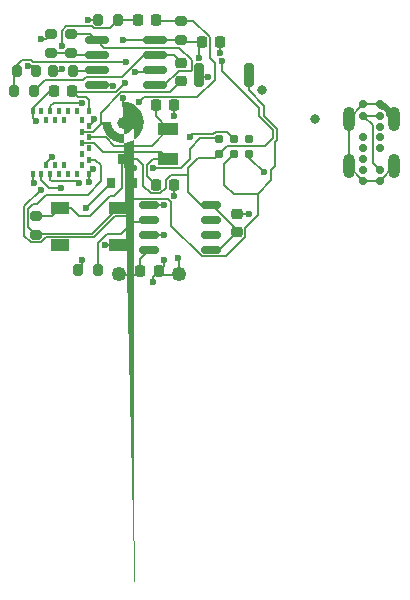
<source format=gbr>
%TF.GenerationSoftware,KiCad,Pcbnew,(6.0.0-rc1-314-g10be483430)*%
%TF.CreationDate,2021-12-09T18:24:32+11:00*%
%TF.ProjectId,project_llama,70726f6a-6563-4745-9f6c-6c616d612e6b,rev?*%
%TF.SameCoordinates,Original*%
%TF.FileFunction,Copper,L1,Top*%
%TF.FilePolarity,Positive*%
%FSLAX46Y46*%
G04 Gerber Fmt 4.6, Leading zero omitted, Abs format (unit mm)*
G04 Created by KiCad (PCBNEW (6.0.0-rc1-314-g10be483430)) date 2021-12-09 18:24:32*
%MOMM*%
%LPD*%
G01*
G04 APERTURE LIST*
G04 Aperture macros list*
%AMRoundRect*
0 Rectangle with rounded corners*
0 $1 Rounding radius*
0 $2 $3 $4 $5 $6 $7 $8 $9 X,Y pos of 4 corners*
0 Add a 4 corners polygon primitive as box body*
4,1,4,$2,$3,$4,$5,$6,$7,$8,$9,$2,$3,0*
0 Add four circle primitives for the rounded corners*
1,1,$1+$1,$2,$3*
1,1,$1+$1,$4,$5*
1,1,$1+$1,$6,$7*
1,1,$1+$1,$8,$9*
0 Add four rect primitives between the rounded corners*
20,1,$1+$1,$2,$3,$4,$5,0*
20,1,$1+$1,$4,$5,$6,$7,0*
20,1,$1+$1,$6,$7,$8,$9,0*
20,1,$1+$1,$8,$9,$2,$3,0*%
%AMFreePoly0*
4,1,85,0.032093,0.369917,0.152523,0.368341,0.408529,0.326647,0.655562,0.247572,0.888192,0.132851,1.101311,-0.014995,1.290235,-0.192717,1.450816,-0.396412,1.579524,-0.621606,1.673533,-0.863350,1.730778,-1.116334,1.750000,-1.375000,1.747602,-1.466588,1.714868,-1.723894,1.644462,-1.973535,1.537930,-2.210028,1.397612,-2.428176,1.226591,-2.623188,1.028624,-2.790780,0.808060,-2.927269,
0.569744,-3.029658,0.318912,-3.095696,0.061074,-3.123934,-0.198106,-3.113751,-0.452933,-3.065370,-0.697811,-2.979855,-0.927359,-2.859084,-1.136534,-2.705710,-1.320742,-2.523103,-1.475935,-2.315274,-1.598705,-2.086789,-1.686353,-1.842667,-1.736956,-1.588271,-1.747874,-1.360970,-1.004741,-1.360970,-0.988331,-1.556393,-0.934276,-1.744906,-0.844634,-1.919330,-0.722821,-2.073020,-0.573475,-2.200123,
-0.402286,-2.295797,-0.215774,-2.356398,-0.021044,-2.379619,0.174488,-2.364573,0.363374,-2.311835,0.538420,-2.223414,0.692957,-2.102676,0.821099,-1.954222,0.917966,-1.783705,0.979868,-1.597621,1.004447,-1.403057,1.004839,-1.375000,0.985702,-1.179826,0.929020,-0.992086,0.836952,-0.818931,0.713004,-0.666956,0.561899,-0.541951,0.389391,-0.448676,0.202051,-0.390685,0.021074,-0.371662,
0.000000,-0.375000,-0.016747,-0.372348,-0.188288,-0.387959,-0.376419,-0.443330,-0.550213,-0.534187,-0.703049,-0.657070,-0.829106,-0.807299,-0.923583,-0.979152,-0.982881,-1.166082,-1.004741,-1.360970,-1.747874,-1.360970,-1.749400,-1.329190,-1.723414,-1.071116,-1.659566,-0.819717,-1.559261,-0.580517,-1.424702,-0.358770,-1.258845,-0.159348,-1.065333,0.013368,-0.848417,0.155584,-0.612863,0.264176,
-0.363845,0.336758,-0.106835,0.371736,-0.027193,0.370693,0.000000,0.375000,0.032093,0.369917,0.032093,0.369917,$1*%
G04 Aperture macros list end*
%TA.AperFunction,SMDPad,CuDef*%
%ADD10RoundRect,0.225000X-0.225000X-0.250000X0.225000X-0.250000X0.225000X0.250000X-0.225000X0.250000X0*%
%TD*%
%TA.AperFunction,SMDPad,CuDef*%
%ADD11RoundRect,0.225000X0.225000X0.250000X-0.225000X0.250000X-0.225000X-0.250000X0.225000X-0.250000X0*%
%TD*%
%TA.AperFunction,SMDPad,CuDef*%
%ADD12RoundRect,0.225000X-0.250000X0.225000X-0.250000X-0.225000X0.250000X-0.225000X0.250000X0.225000X0*%
%TD*%
%TA.AperFunction,SMDPad,CuDef*%
%ADD13RoundRect,0.225000X0.250000X-0.225000X0.250000X0.225000X-0.250000X0.225000X-0.250000X-0.225000X0*%
%TD*%
%TA.AperFunction,SMDPad,CuDef*%
%ADD14R,1.500000X1.000000*%
%TD*%
%TA.AperFunction,ConnectorPad*%
%ADD15C,0.787400*%
%TD*%
%TA.AperFunction,SMDPad,CuDef*%
%ADD16R,0.400000X0.550000*%
%TD*%
%TA.AperFunction,SMDPad,CuDef*%
%ADD17R,0.800000X0.900000*%
%TD*%
%TA.AperFunction,SMDPad,CuDef*%
%ADD18RoundRect,0.200000X-0.200000X-0.275000X0.200000X-0.275000X0.200000X0.275000X-0.200000X0.275000X0*%
%TD*%
%TA.AperFunction,SMDPad,CuDef*%
%ADD19RoundRect,0.200000X-0.275000X0.200000X-0.275000X-0.200000X0.275000X-0.200000X0.275000X0.200000X0*%
%TD*%
%TA.AperFunction,SMDPad,CuDef*%
%ADD20RoundRect,0.200000X0.200000X0.275000X-0.200000X0.275000X-0.200000X-0.275000X0.200000X-0.275000X0*%
%TD*%
%TA.AperFunction,SMDPad,CuDef*%
%ADD21RoundRect,0.200000X0.275000X-0.200000X0.275000X0.200000X-0.275000X0.200000X-0.275000X-0.200000X0*%
%TD*%
%TA.AperFunction,SMDPad,CuDef*%
%ADD22RoundRect,0.150000X-0.825000X-0.150000X0.825000X-0.150000X0.825000X0.150000X-0.825000X0.150000X0*%
%TD*%
%TA.AperFunction,SMDPad,CuDef*%
%ADD23RoundRect,0.150000X-0.675000X-0.150000X0.675000X-0.150000X0.675000X0.150000X-0.675000X0.150000X0*%
%TD*%
%TA.AperFunction,SMDPad,CuDef*%
%ADD24R,1.800000X1.000000*%
%TD*%
%TA.AperFunction,ComponentPad*%
%ADD25C,0.700000*%
%TD*%
%TA.AperFunction,ComponentPad*%
%ADD26O,1.000000X2.050000*%
%TD*%
%TA.AperFunction,SMDPad,CuDef*%
%ADD27RoundRect,0.200000X-0.200000X-0.800000X0.200000X-0.800000X0.200000X0.800000X-0.200000X0.800000X0*%
%TD*%
%TA.AperFunction,SMDPad,CuDef*%
%ADD28C,1.250000*%
%TD*%
%TA.AperFunction,SMDPad,CuDef*%
%ADD29FreePoly0,0.000000*%
%TD*%
%TA.AperFunction,SMDPad,CuDef*%
%ADD30C,1.000000*%
%TD*%
%TA.AperFunction,ViaPad*%
%ADD31C,0.600000*%
%TD*%
%TA.AperFunction,ViaPad*%
%ADD32C,0.800000*%
%TD*%
%TA.AperFunction,Conductor*%
%ADD33C,0.150000*%
%TD*%
%TA.AperFunction,Conductor*%
%ADD34C,0.600000*%
%TD*%
%TA.AperFunction,Conductor*%
%ADD35C,0.200000*%
%TD*%
%TA.AperFunction,Conductor*%
%ADD36C,0.187000*%
%TD*%
%TA.AperFunction,Conductor*%
%ADD37C,0.128000*%
%TD*%
G04 APERTURE END LIST*
D10*
%TO.P,C1,1*%
%TO.N,VIN*%
X190425000Y-50900000D03*
%TO.P,C1,2*%
%TO.N,GND*%
X191975000Y-50900000D03*
%TD*%
D11*
%TO.P,C2,1*%
%TO.N,GND*%
X197175000Y-31500000D03*
%TO.P,C2,2*%
%TO.N,+3V3*%
X195625000Y-31500000D03*
%TD*%
D10*
%TO.P,C3,1*%
%TO.N,Net-(C3-Pad1)*%
X190225000Y-29600000D03*
%TO.P,C3,2*%
%TO.N,Net-(C3-Pad2)*%
X191775000Y-29600000D03*
%TD*%
D12*
%TO.P,C4,1*%
%TO.N,GND*%
X198600000Y-46025000D03*
%TO.P,C4,2*%
%TO.N,+3V3*%
X198600000Y-47575000D03*
%TD*%
D10*
%TO.P,C5,1*%
%TO.N,Net-(C5-Pad1)*%
X191725000Y-36800000D03*
%TO.P,C5,2*%
%TO.N,GND*%
X193275000Y-36800000D03*
%TD*%
D11*
%TO.P,C6,1*%
%TO.N,GND*%
X193275000Y-43600000D03*
%TO.P,C6,2*%
%TO.N,Net-(C6-Pad2)*%
X191725000Y-43600000D03*
%TD*%
%TO.P,C7,1*%
%TO.N,+3V3*%
X184675000Y-35600000D03*
%TO.P,C7,2*%
%TO.N,GND*%
X183125000Y-35600000D03*
%TD*%
D13*
%TO.P,C8,1*%
%TO.N,clap_adc*%
X193900000Y-34775000D03*
%TO.P,C8,2*%
%TO.N,Net-(C8-Pad2)*%
X193900000Y-33225000D03*
%TD*%
D14*
%TO.P,D1,1*%
%TO.N,+3V3*%
X183650000Y-45500000D03*
%TO.P,D1,2*%
%TO.N,Net-(D1-Pad2)*%
X183650000Y-48700000D03*
%TO.P,D1,3*%
%TO.N,GND*%
X188550000Y-48700000D03*
%TO.P,D1,4*%
%TO.N,WS2182B*%
X188550000Y-45500000D03*
%TD*%
D15*
%TO.P,J1,1*%
%TO.N,+3V3*%
X197130000Y-40935000D03*
%TO.P,J1,2*%
%TO.N,SWDIO*%
X197130000Y-39665000D03*
%TO.P,J1,3*%
%TO.N,~{Reset}*%
X198400000Y-40935000D03*
%TO.P,J1,4*%
%TO.N,SWCLK*%
X198400000Y-39665000D03*
%TO.P,J1,5*%
%TO.N,GND*%
X199670000Y-40935000D03*
%TO.P,J1,6*%
%TO.N,Net-(J1-Pad6)*%
X199670000Y-39665000D03*
%TD*%
D16*
%TO.P,MD1,1*%
%TO.N,GND*%
X181300000Y-42675000D03*
%TO.P,MD1,2*%
%TO.N,SWCLK*%
X182050000Y-42675000D03*
%TO.P,MD1,3*%
%TO.N,~{Reset}*%
X182425000Y-41900000D03*
%TO.P,MD1,4*%
%TO.N,SWDIO*%
X182800000Y-42675000D03*
%TO.P,MD1,5*%
%TO.N,Net-(MD1-Pad5)*%
X183175000Y-41900000D03*
%TO.P,MD1,6*%
%TO.N,Net-(MD1-Pad6)*%
X183550000Y-42675000D03*
%TO.P,MD1,7*%
%TO.N,Net-(MD1-Pad7)*%
X183925000Y-41900000D03*
%TO.P,MD1,8*%
%TO.N,Net-(MD1-Pad8)*%
X184300000Y-42675000D03*
%TO.P,MD1,9*%
%TO.N,Net-(MD1-Pad9)*%
X185050000Y-42675000D03*
%TO.P,MD1,10*%
%TO.N,GND*%
X186049999Y-42675000D03*
%TO.P,MD1,11*%
%TO.N,Net-(MD1-Pad11)*%
X185465000Y-41900000D03*
%TO.P,MD1,12*%
%TO.N,WS2182B*%
X186050000Y-41424999D03*
%TO.P,MD1,13*%
%TO.N,Net-(MD1-Pad13)*%
X185465000Y-40950000D03*
%TO.P,MD1,14*%
%TO.N,Net-(MD1-Pad14)*%
X186050000Y-40474999D03*
%TO.P,MD1,15*%
%TO.N,Net-(C6-Pad2)*%
X185465000Y-40000000D03*
%TO.P,MD1,16*%
%TO.N,Net-(C5-Pad1)*%
X186050000Y-39524999D03*
%TO.P,MD1,17*%
%TO.N,clap_adc*%
X185465000Y-39050000D03*
%TO.P,MD1,18*%
%TO.N,GND*%
X186050000Y-38574999D03*
%TO.P,MD1,19*%
%TO.N,Net-(MD1-Pad19)*%
X185465000Y-38100000D03*
%TO.P,MD1,20*%
%TO.N,+3V3*%
X186049999Y-37325000D03*
%TO.P,MD1,21*%
%TO.N,Net-(MD1-Pad21)*%
X185050000Y-37325000D03*
%TO.P,MD1,22*%
%TO.N,Net-(MD1-Pad22)*%
X184300000Y-37325000D03*
%TO.P,MD1,23*%
%TO.N,Net-(MD1-Pad23)*%
X183925000Y-38100000D03*
%TO.P,MD1,24*%
%TO.N,Net-(MD1-Pad24)*%
X183550000Y-37325000D03*
%TO.P,MD1,25*%
%TO.N,Net-(MD1-Pad25)*%
X183175000Y-38100000D03*
%TO.P,MD1,26*%
%TO.N,batt_adc*%
X182800000Y-37325000D03*
%TO.P,MD1,27*%
%TO.N,Net-(MD1-Pad27)*%
X182425000Y-38100000D03*
%TO.P,MD1,28*%
%TO.N,Net-(MD1-Pad28)*%
X182050000Y-37325000D03*
%TO.P,MD1,29*%
%TO.N,GND*%
X181300000Y-37325000D03*
%TD*%
D17*
%TO.P,Q1,1*%
%TO.N,GND*%
X187950000Y-43400000D03*
%TO.P,Q1,2*%
%TO.N,batt_adc*%
X189850000Y-43400000D03*
%TO.P,Q1,3*%
%TO.N,+3V3*%
X188900000Y-41400000D03*
%TD*%
D18*
%TO.P,R1,1*%
%TO.N,GND*%
X185175000Y-50800000D03*
%TO.P,R1,2*%
%TO.N,Net-(R1-Pad2)*%
X186825000Y-50800000D03*
%TD*%
D19*
%TO.P,R2,1*%
%TO.N,+3V3*%
X181600000Y-46175000D03*
%TO.P,R2,2*%
%TO.N,WS2182B*%
X181600000Y-47825000D03*
%TD*%
%TO.P,R3,1*%
%TO.N,Net-(C3-Pad2)*%
X193900000Y-29675000D03*
%TO.P,R3,2*%
%TO.N,+3V3*%
X193900000Y-31325000D03*
%TD*%
D20*
%TO.P,R4,1*%
%TO.N,Net-(C3-Pad1)*%
X188525000Y-29600000D03*
%TO.P,R4,2*%
%TO.N,GND*%
X186875000Y-29600000D03*
%TD*%
%TO.P,R5,1*%
%TO.N,Net-(R5-Pad1)*%
X184725000Y-33900000D03*
%TO.P,R5,2*%
%TO.N,Net-(C3-Pad1)*%
X183075000Y-33900000D03*
%TD*%
D21*
%TO.P,R6,1*%
%TO.N,Net-(R6-Pad1)*%
X182900000Y-32425000D03*
%TO.P,R6,2*%
%TO.N,GND*%
X182900000Y-30775000D03*
%TD*%
%TO.P,R7,1*%
%TO.N,Net-(R6-Pad1)*%
X184600000Y-32425000D03*
%TO.P,R7,2*%
%TO.N,Net-(R7-Pad2)*%
X184600000Y-30775000D03*
%TD*%
D18*
%TO.P,R8,1*%
%TO.N,Net-(R8-Pad1)*%
X179975000Y-33900000D03*
%TO.P,R8,2*%
%TO.N,GND*%
X181625000Y-33900000D03*
%TD*%
%TO.P,R9,1*%
%TO.N,Net-(R8-Pad1)*%
X179775000Y-35600000D03*
%TO.P,R9,2*%
%TO.N,Net-(C8-Pad2)*%
X181425000Y-35600000D03*
%TD*%
D22*
%TO.P,U1,1*%
%TO.N,Net-(R7-Pad2)*%
X186725000Y-31295000D03*
%TO.P,U1,2*%
%TO.N,Net-(R6-Pad1)*%
X186725000Y-32565000D03*
%TO.P,U1,3*%
%TO.N,Net-(R5-Pad1)*%
X186725000Y-33835000D03*
%TO.P,U1,4*%
%TO.N,GND*%
X186725000Y-35105000D03*
%TO.P,U1,5*%
%TO.N,Net-(R7-Pad2)*%
X191675000Y-35105000D03*
%TO.P,U1,6*%
%TO.N,Net-(R8-Pad1)*%
X191675000Y-33835000D03*
%TO.P,U1,7*%
%TO.N,Net-(C8-Pad2)*%
X191675000Y-32565000D03*
%TO.P,U1,8*%
%TO.N,+3V3*%
X191675000Y-31295000D03*
%TD*%
D23*
%TO.P,U2,1*%
%TO.N,GND*%
X191175000Y-45295000D03*
%TO.P,U2,2*%
%TO.N,Net-(R1-Pad2)*%
X191175000Y-46565000D03*
%TO.P,U2,3*%
%TO.N,GND*%
X191175000Y-47835000D03*
%TO.P,U2,4*%
%TO.N,VIN*%
X191175000Y-49105000D03*
%TO.P,U2,5*%
%TO.N,+3V3*%
X196425000Y-49105000D03*
%TO.P,U2,6*%
%TO.N,Net-(U2-Pad6)*%
X196425000Y-47835000D03*
%TO.P,U2,7*%
%TO.N,Net-(U2-Pad7)*%
X196425000Y-46565000D03*
%TO.P,U2,8*%
%TO.N,+3V3*%
X196425000Y-45295000D03*
%TD*%
D24*
%TO.P,Y1,1*%
%TO.N,Net-(C5-Pad1)*%
X192800000Y-38850000D03*
%TO.P,Y1,2*%
%TO.N,Net-(C6-Pad2)*%
X192800000Y-41350000D03*
%TD*%
D25*
%TO.P,J2,A1*%
%TO.N,GND*%
X209300000Y-43250000D03*
%TO.P,J2,A4*%
%TO.N,VIN*%
X209300000Y-42300000D03*
%TO.P,J2,A5*%
%TO.N,Net-(J2-PadA5)*%
X209300000Y-41350000D03*
%TO.P,J2,A6*%
%TO.N,Net-(J2-PadA6)*%
X209300000Y-40450000D03*
%TO.P,J2,A7*%
%TO.N,Net-(J2-PadA7)*%
X209300000Y-39550000D03*
%TO.P,J2,A9*%
%TO.N,VIN*%
X209300000Y-37700000D03*
%TO.P,J2,A12*%
%TO.N,GND*%
X209300000Y-36750000D03*
%TO.P,J2,B1*%
X210700000Y-43250000D03*
%TO.P,J2,B4*%
%TO.N,VIN*%
X210700000Y-42300000D03*
%TO.P,J2,B5*%
%TO.N,Net-(J2-PadB5)*%
X210700000Y-38650000D03*
%TO.P,J2,B6*%
%TO.N,Net-(J2-PadB6)*%
X210700000Y-39550000D03*
%TO.P,J2,B7*%
%TO.N,Net-(J2-PadB7)*%
X210700000Y-40450000D03*
%TO.P,J2,B9*%
%TO.N,VIN*%
X210700000Y-37700000D03*
%TO.P,J2,B12*%
%TO.N,GND*%
X210700000Y-36750000D03*
D26*
%TO.P,J2,S1*%
X211930000Y-38000000D03*
X211930000Y-42000000D03*
X208070000Y-38000000D03*
X208070000Y-42000000D03*
%TD*%
D27*
%TO.P,SW1,1*%
%TO.N,GND*%
X195400000Y-34300000D03*
%TO.P,SW1,2*%
%TO.N,~{Reset}*%
X199600000Y-34300000D03*
%TD*%
D28*
%TO.P,TP4,1*%
%TO.N,GND*%
X193700000Y-51100000D03*
%TD*%
%TO.P,TP3,1*%
%TO.N,VIN*%
X188600000Y-51100000D03*
%TD*%
D29*
%TO.P,MK1,1*%
%TO.N,GND*%
X189000000Y-36925000D03*
D30*
%TO.P,MK1,2*%
%TO.N,Net-(C3-Pad2)*%
X189000000Y-38300000D03*
%TD*%
D31*
%TO.N,GND*%
X188100000Y-35200000D03*
X182000000Y-31200000D03*
X192400000Y-49900000D03*
X191500000Y-51800000D03*
X193600000Y-49800000D03*
D32*
X200750000Y-35500000D03*
D31*
X200900000Y-42500000D03*
X186445001Y-42254999D03*
X192400000Y-47800000D03*
X193300000Y-37700000D03*
X187400000Y-48700000D03*
X199600000Y-46000000D03*
X186490303Y-38009697D03*
X185500000Y-49900000D03*
D32*
X205250000Y-38000000D03*
D31*
X192400000Y-45300000D03*
X185800000Y-45500000D03*
X193300000Y-44500000D03*
X196200000Y-34400000D03*
X181600000Y-38200000D03*
X197200000Y-32400000D03*
X189000003Y-36199997D03*
X181450000Y-43450000D03*
X186000000Y-29600000D03*
X180900000Y-33500000D03*
X186097634Y-43315934D03*
%TO.N,SWDIO*%
X191500000Y-42100000D03*
X185200000Y-43379490D03*
%TO.N,SWCLK*%
X194600000Y-39500000D03*
X183700000Y-43800000D03*
%TO.N,~{Reset}*%
X182000000Y-44000000D03*
X182938305Y-41199578D03*
%TO.N,+3V3*%
X197302813Y-33119696D03*
X195385168Y-32851382D03*
X189000000Y-31300000D03*
X189100000Y-34900000D03*
%TO.N,Net-(C3-Pad1)*%
X183802000Y-31807032D03*
X183800000Y-33720500D03*
%TO.N,Net-(C3-Pad2)*%
X189000000Y-38300000D03*
X190313237Y-36564366D03*
%TO.N,batt_adc*%
X185500000Y-36620500D03*
X189900000Y-42100000D03*
%TO.N,Net-(R8-Pad1)*%
X189200000Y-33200000D03*
X190000550Y-34000550D03*
%TD*%
D33*
%TO.N,GND*%
X185175000Y-50800000D02*
X185475000Y-50800000D01*
D34*
X211477001Y-37547001D02*
X211477001Y-37327039D01*
D35*
X210700000Y-43250000D02*
X210700000Y-43230000D01*
D36*
X197200000Y-31525000D02*
X197175000Y-31500000D01*
D33*
X186490303Y-38134696D02*
X186490303Y-38009697D01*
X192400000Y-45300000D02*
X191180000Y-45300000D01*
X182475000Y-31200000D02*
X182900000Y-30775000D01*
D36*
X186049999Y-42675000D02*
X186049999Y-42650001D01*
X192275000Y-51200000D02*
X191975000Y-50900000D01*
X199670000Y-41270000D02*
X200900000Y-42500000D01*
X198600000Y-46025000D02*
X199575000Y-46025000D01*
X199575000Y-46025000D02*
X199600000Y-46000000D01*
X192400000Y-50475000D02*
X191975000Y-50900000D01*
D35*
X209300000Y-43230000D02*
X208070000Y-42000000D01*
D33*
X186049999Y-43268299D02*
X186097634Y-43315934D01*
X193300000Y-36825000D02*
X193275000Y-36800000D01*
D34*
X211072961Y-36922999D02*
X210852999Y-36922999D01*
D33*
X193300000Y-44500000D02*
X193300000Y-43625000D01*
X195500000Y-34400000D02*
X195400000Y-34300000D01*
D36*
X199670000Y-40935000D02*
X199670000Y-41270000D01*
D33*
X189000000Y-36200000D02*
X189000003Y-36199997D01*
D35*
X208070000Y-38000000D02*
X208070000Y-42000000D01*
D34*
X210852999Y-36922999D02*
X210700000Y-36770000D01*
D33*
X185500000Y-49900000D02*
X185500000Y-50475000D01*
D36*
X193700000Y-51200000D02*
X193700000Y-49900000D01*
D33*
X188005000Y-35105000D02*
X188100000Y-35200000D01*
X181300000Y-42675000D02*
X181300000Y-43300000D01*
X193300000Y-37700000D02*
X193300000Y-36825000D01*
X181300000Y-37900000D02*
X181600000Y-38200000D01*
X186000000Y-29600000D02*
X186875000Y-29600000D01*
X186050000Y-38574999D02*
X186490303Y-38134696D01*
D35*
X209300000Y-43250000D02*
X209300000Y-43230000D01*
D34*
X211477001Y-37327039D02*
X211072961Y-36922999D01*
D33*
X186049999Y-42675000D02*
X186049999Y-43268299D01*
D36*
X191500000Y-51375000D02*
X191975000Y-50900000D01*
X191500000Y-51800000D02*
X191500000Y-51375000D01*
D33*
X187400000Y-48700000D02*
X188550000Y-48700000D01*
X191210000Y-47800000D02*
X191175000Y-47835000D01*
D35*
X209300000Y-36750000D02*
X210700000Y-36750000D01*
D33*
X182000000Y-31200000D02*
X182475000Y-31200000D01*
X187950000Y-43400000D02*
X185850000Y-45500000D01*
X181300000Y-43300000D02*
X181450000Y-43450000D01*
D35*
X210700000Y-43230000D02*
X211930000Y-42000000D01*
D33*
X189000000Y-36925000D02*
X189000000Y-36200000D01*
D36*
X181300000Y-37325000D02*
X181300000Y-37071698D01*
X182771698Y-35600000D02*
X183125000Y-35600000D01*
D35*
X208070000Y-37980000D02*
X209300000Y-36750000D01*
D33*
X193300000Y-43625000D02*
X193275000Y-43600000D01*
X186725000Y-35105000D02*
X188005000Y-35105000D01*
X181225000Y-33500000D02*
X180900000Y-33500000D01*
D35*
X208070000Y-38000000D02*
X208070000Y-37980000D01*
D33*
X181300000Y-37325000D02*
X181300000Y-37900000D01*
X185500000Y-50475000D02*
X185175000Y-50800000D01*
D36*
X197200000Y-32400000D02*
X197200000Y-31525000D01*
D33*
X192400000Y-47800000D02*
X191210000Y-47800000D01*
X181625000Y-33900000D02*
X181225000Y-33500000D01*
D36*
X181300000Y-37071698D02*
X182771698Y-35600000D01*
D34*
X211930000Y-38000000D02*
X211477001Y-37547001D01*
D36*
X192400000Y-49900000D02*
X192400000Y-50475000D01*
X193700000Y-49900000D02*
X193600000Y-49800000D01*
X186049999Y-42650001D02*
X186445001Y-42254999D01*
D33*
X196200000Y-34400000D02*
X195500000Y-34400000D01*
D36*
X193700000Y-51200000D02*
X192275000Y-51200000D01*
D33*
X191180000Y-45300000D02*
X191175000Y-45295000D01*
D34*
X210700000Y-36770000D02*
X210700000Y-36750000D01*
D35*
X209300000Y-43250000D02*
X210700000Y-43250000D01*
D33*
X185850000Y-45500000D02*
X185800000Y-45500000D01*
D36*
%TO.N,SWDIO*%
X197049199Y-39584199D02*
X195516415Y-39584199D01*
X194600000Y-41346902D02*
X193846902Y-42100000D01*
X194600000Y-40500614D02*
X194600000Y-40700000D01*
X195516415Y-39584199D02*
X194600000Y-40500614D01*
X194600000Y-40700000D02*
X194600000Y-40900000D01*
X197130000Y-39665000D02*
X197049199Y-39584199D01*
X182800000Y-42675000D02*
X182800000Y-43137000D01*
X194600000Y-40700000D02*
X194600000Y-41346902D01*
X182800000Y-43137000D02*
X182942491Y-43279491D01*
X193846902Y-42100000D02*
X191500000Y-42100000D01*
X185100001Y-43279491D02*
X185200000Y-43379490D01*
X182942491Y-43279491D02*
X185100001Y-43279491D01*
%TO.N,SWCLK*%
X197785799Y-39050799D02*
X196835183Y-39050799D01*
X196615793Y-39270189D02*
X194829811Y-39270189D01*
X198400000Y-39665000D02*
X197785799Y-39050799D01*
X182050000Y-42675000D02*
X182050000Y-43137000D01*
X196835183Y-39050799D02*
X196615793Y-39270189D01*
X182713000Y-43800000D02*
X183700000Y-43800000D01*
X194829811Y-39270189D02*
X194600000Y-39500000D01*
X182050000Y-43137000D02*
X182713000Y-43800000D01*
%TO.N,~{Reset}*%
X197554049Y-43550857D02*
X198324143Y-44320951D01*
X201969812Y-39757652D02*
X201969811Y-38810347D01*
X201969811Y-38810347D02*
X200900000Y-37740536D01*
X200900000Y-37740536D02*
X200900000Y-36850000D01*
D37*
X193064319Y-47051583D02*
X193064319Y-44991001D01*
X180619980Y-45380020D02*
X182000000Y-44000000D01*
D36*
X198324143Y-44320951D02*
X200357431Y-44320951D01*
X201500000Y-43178382D02*
X201500000Y-42300000D01*
D37*
X180619980Y-47872952D02*
X180619980Y-45380020D01*
X186467847Y-47984510D02*
X182468462Y-47984510D01*
X182468462Y-47984510D02*
X182036962Y-48416010D01*
X197642318Y-49596010D02*
X195608746Y-49596010D01*
X200357431Y-46086261D02*
X199266010Y-47177682D01*
X199266010Y-47177682D02*
X199266010Y-47972318D01*
D36*
X201800000Y-39927464D02*
X201969812Y-39757652D01*
D37*
X181163038Y-48416010D02*
X180619980Y-47872952D01*
D36*
X201800000Y-42000000D02*
X201800000Y-39927464D01*
D37*
X192808999Y-44735681D02*
X189602519Y-44735681D01*
D36*
X197554049Y-41780951D02*
X197554049Y-43550857D01*
D37*
X182938305Y-41199578D02*
X182441010Y-41696873D01*
X189491001Y-46152801D02*
X189452801Y-46191001D01*
X189452801Y-46191001D02*
X188261355Y-46191001D01*
X199266010Y-47972318D02*
X197642318Y-49596010D01*
X182036962Y-48416010D02*
X181163038Y-48416010D01*
D36*
X199600000Y-35550000D02*
X199600000Y-34300000D01*
D37*
X188261355Y-46191001D02*
X186467847Y-47984510D01*
D36*
X201500000Y-42300000D02*
X201800000Y-42000000D01*
D37*
X193064319Y-44991001D02*
X192808999Y-44735681D01*
D36*
X200357431Y-44320951D02*
X201500000Y-43178382D01*
X200900000Y-36850000D02*
X199600000Y-35550000D01*
D37*
X189491001Y-44847199D02*
X189491001Y-46152801D01*
X189602519Y-44735681D02*
X189491001Y-44847199D01*
X182441010Y-41696873D02*
X182441010Y-41900000D01*
X200357431Y-44320951D02*
X200357431Y-46086261D01*
X195608746Y-49596010D02*
X193064319Y-47051583D01*
D36*
X198400000Y-40935000D02*
X197554049Y-41780951D01*
D35*
%TO.N,VIN*%
X210122999Y-38522999D02*
X210122999Y-41722999D01*
X209300000Y-37700000D02*
X210700000Y-37700000D01*
X210122999Y-41722999D02*
X210700000Y-42300000D01*
X209300000Y-37700000D02*
X210122999Y-38522999D01*
D36*
X188600000Y-51200000D02*
X190125000Y-51200000D01*
X190425000Y-49855000D02*
X191175000Y-49105000D01*
X190125000Y-51200000D02*
X190425000Y-50900000D01*
X190425000Y-50900000D02*
X190425000Y-49855000D01*
%TO.N,+3V3*%
X192604490Y-43825558D02*
X192604490Y-43165462D01*
X195385168Y-32851382D02*
X195385168Y-31739832D01*
X189000000Y-31300000D02*
X191670000Y-31300000D01*
X194452049Y-44147049D02*
X194452049Y-42752049D01*
X196425000Y-45295000D02*
X196503982Y-45295000D01*
X190665487Y-41920091D02*
X190665487Y-43645535D01*
X188200000Y-44500000D02*
X188900000Y-43800000D01*
X185175000Y-36100000D02*
X184675000Y-35600000D01*
X200442951Y-37084183D02*
X197302813Y-33944045D01*
X191315462Y-44295510D02*
X192134538Y-44295510D01*
X183650000Y-45500000D02*
X184587000Y-45500000D01*
X195287533Y-41328699D02*
X196736301Y-41328699D01*
X185800000Y-36100000D02*
X185175000Y-36100000D01*
X196425000Y-49105000D02*
X197070000Y-49105000D01*
X192134538Y-44295510D02*
X192604490Y-43825558D01*
X187870344Y-44500000D02*
X188200000Y-44500000D01*
X196503982Y-45295000D02*
X198600000Y-47391018D01*
X185274000Y-46187000D02*
X186183344Y-46187000D01*
X197785799Y-40279201D02*
X201004185Y-40279201D01*
X188349841Y-35720501D02*
X189100000Y-34970342D01*
X201655801Y-38940415D02*
X200442951Y-37727565D01*
X195385168Y-31739832D02*
X195625000Y-31500000D01*
X196425000Y-45295000D02*
X195600000Y-45295000D01*
X186049999Y-37325000D02*
X186049999Y-36349999D01*
X200442951Y-37727565D02*
X200442951Y-37084183D01*
X184795501Y-35720501D02*
X188349841Y-35720501D01*
X201004185Y-40279201D02*
X201655801Y-39627585D01*
X195625000Y-31500000D02*
X194075000Y-31500000D01*
X186183344Y-46187000D02*
X187870344Y-44500000D01*
X181600000Y-46175000D02*
X182975000Y-46175000D01*
X193900000Y-31325000D02*
X191705000Y-31325000D01*
X184587000Y-45500000D02*
X185274000Y-46187000D01*
X194452049Y-42752049D02*
X194452049Y-42164183D01*
X190145396Y-41400000D02*
X190665487Y-41920091D01*
X197130000Y-40935000D02*
X197785799Y-40279201D01*
X188900000Y-41400000D02*
X190145396Y-41400000D01*
X197302813Y-33944045D02*
X197302813Y-33119696D01*
X197070000Y-49105000D02*
X198600000Y-47575000D01*
X193017903Y-42752049D02*
X194452049Y-42752049D01*
X201655801Y-39627585D02*
X201655801Y-38940415D01*
X184675000Y-35600000D02*
X184795501Y-35720501D01*
X192604490Y-43165462D02*
X193017903Y-42752049D01*
X198600000Y-47391018D02*
X198600000Y-47575000D01*
X190665487Y-43645535D02*
X191315462Y-44295510D01*
X189100000Y-34970342D02*
X189100000Y-34900000D01*
X186049999Y-36349999D02*
X185800000Y-36100000D01*
X194452049Y-42164183D02*
X195287533Y-41328699D01*
X196736301Y-41328699D02*
X197130000Y-40935000D01*
X194075000Y-31500000D02*
X193900000Y-31325000D01*
X188900000Y-43800000D02*
X188900000Y-41400000D01*
X191670000Y-31300000D02*
X191675000Y-31295000D01*
X182975000Y-46175000D02*
X183650000Y-45500000D01*
X191705000Y-31325000D02*
X191675000Y-31295000D01*
X195600000Y-45295000D02*
X194452049Y-44147049D01*
%TO.N,Net-(C3-Pad1)*%
X183802000Y-31807032D02*
X183802000Y-30503308D01*
X187829490Y-30295510D02*
X188525000Y-29600000D01*
X184150818Y-30154490D02*
X186359798Y-30154490D01*
X186359798Y-30154490D02*
X186500818Y-30295510D01*
X183802000Y-30503308D02*
X184150818Y-30154490D01*
X183620500Y-33900000D02*
X183800000Y-33720500D01*
X188525000Y-29600000D02*
X190225000Y-29600000D01*
X183075000Y-33900000D02*
X183620500Y-33900000D01*
X186500818Y-30295510D02*
X187829490Y-30295510D01*
%TO.N,Net-(C3-Pad2)*%
X196720501Y-33220501D02*
X196295510Y-32795510D01*
X193900000Y-29675000D02*
X191850000Y-29675000D01*
X195265852Y-36104490D02*
X196720501Y-34649841D01*
X196295510Y-31065462D02*
X194905048Y-29675000D01*
X196295510Y-32795510D02*
X196295510Y-31065462D01*
X194905048Y-29675000D02*
X193900000Y-29675000D01*
X191850000Y-29675000D02*
X191775000Y-29600000D01*
X190773113Y-36104490D02*
X195265852Y-36104490D01*
X190313237Y-36564366D02*
X190773113Y-36104490D01*
X196720501Y-34649841D02*
X196720501Y-33220501D01*
D37*
%TO.N,Net-(C5-Pad1)*%
X188199444Y-40239433D02*
X191410567Y-40239433D01*
D36*
X191725000Y-36800000D02*
X191725000Y-37775000D01*
D37*
X187485010Y-39524999D02*
X188199444Y-40239433D01*
X191410567Y-40239433D02*
X192800000Y-38850000D01*
X186050000Y-39524999D02*
X187485010Y-39524999D01*
D36*
X191725000Y-37775000D02*
X192800000Y-38850000D01*
D37*
%TO.N,Net-(C6-Pad2)*%
X187258999Y-40758999D02*
X192208999Y-40758999D01*
D36*
X190979498Y-41850158D02*
X191479656Y-41350000D01*
X190979498Y-42854498D02*
X190979498Y-41850158D01*
D37*
X192208999Y-40758999D02*
X192800000Y-41350000D01*
X186500000Y-40000000D02*
X187258999Y-40758999D01*
X185465000Y-40000000D02*
X186500000Y-40000000D01*
D36*
X191725000Y-43600000D02*
X190979498Y-42854498D01*
X191479656Y-41350000D02*
X192800000Y-41350000D01*
D37*
%TO.N,clap_adc*%
X186450000Y-39050000D02*
X187058990Y-38441010D01*
X187058990Y-37441010D02*
X188800000Y-35700000D01*
X187058990Y-38441010D02*
X187058990Y-37441010D01*
X188800000Y-35700000D02*
X192975000Y-35700000D01*
X192975000Y-35700000D02*
X193900000Y-34775000D01*
X185465000Y-39050000D02*
X186450000Y-39050000D01*
D36*
%TO.N,Net-(C8-Pad2)*%
X182356490Y-34668510D02*
X185559270Y-34668510D01*
X193240000Y-32565000D02*
X193900000Y-33225000D01*
X190700000Y-32565000D02*
X191675000Y-32565000D01*
X185799270Y-34428510D02*
X188836490Y-34428510D01*
X181425000Y-35600000D02*
X182356490Y-34668510D01*
X185559270Y-34668510D02*
X185799270Y-34428510D01*
X191675000Y-32565000D02*
X193240000Y-32565000D01*
X188836490Y-34428510D02*
X190700000Y-32565000D01*
%TO.N,WS2182B*%
X186624999Y-41424999D02*
X187100000Y-41900000D01*
X181600000Y-47825000D02*
X181725000Y-47700000D01*
X185963851Y-44406491D02*
X182463853Y-44406491D01*
X181725000Y-47700000D02*
X186350000Y-47700000D01*
X181300000Y-45200000D02*
X180904491Y-45595509D01*
X182463853Y-44406491D02*
X181670344Y-45200000D01*
X186050000Y-41424999D02*
X186624999Y-41424999D01*
X187100000Y-43270342D02*
X185963851Y-44406491D01*
X186350000Y-47700000D02*
X188550000Y-45500000D01*
X180904491Y-47129491D02*
X181600000Y-47825000D01*
X180904491Y-45595509D02*
X180904491Y-47129491D01*
X187100000Y-41900000D02*
X187100000Y-43270342D01*
X181670344Y-45200000D02*
X181300000Y-45200000D01*
%TO.N,batt_adc*%
X189850000Y-43400000D02*
X189850000Y-42150000D01*
D37*
X183079500Y-36620500D02*
X185500000Y-36620500D01*
X182800000Y-37325000D02*
X182800000Y-36900000D01*
D36*
X189850000Y-42150000D02*
X189900000Y-42100000D01*
D37*
X182800000Y-36900000D02*
X183079500Y-36620500D01*
D36*
%TO.N,Net-(R1-Pad2)*%
X187629658Y-47700000D02*
X188800000Y-47700000D01*
X188800000Y-47700000D02*
X189800000Y-46700000D01*
X186879499Y-50554499D02*
X186879499Y-48450159D01*
X186879499Y-48450159D02*
X187629658Y-47700000D01*
X187125000Y-50800000D02*
X186879499Y-50554499D01*
X191040000Y-46700000D02*
X191175000Y-46565000D01*
X189800000Y-46700000D02*
X191040000Y-46700000D01*
%TO.N,Net-(R5-Pad1)*%
X186660000Y-33900000D02*
X186725000Y-33835000D01*
X184725000Y-33900000D02*
X186660000Y-33900000D01*
%TO.N,Net-(R6-Pad1)*%
X184600000Y-32425000D02*
X182900000Y-32425000D01*
X184740000Y-32565000D02*
X184600000Y-32425000D01*
X186725000Y-32565000D02*
X184740000Y-32565000D01*
%TO.N,Net-(R7-Pad2)*%
X193674442Y-33895510D02*
X194704490Y-33895510D01*
X194704490Y-33895510D02*
X194779490Y-33820510D01*
X193725558Y-31945510D02*
X187375510Y-31945510D01*
X191675000Y-35105000D02*
X192464952Y-35105000D01*
X187375510Y-31945510D02*
X186725000Y-31295000D01*
X192464952Y-35105000D02*
X193674442Y-33895510D01*
X184600000Y-30775000D02*
X186205000Y-30775000D01*
X194779490Y-33820510D02*
X194779490Y-32999442D01*
X194779490Y-32999442D02*
X193725558Y-31945510D01*
X186205000Y-30775000D02*
X186725000Y-31295000D01*
%TO.N,Net-(R8-Pad1)*%
X181370342Y-33200000D02*
X189200000Y-33200000D01*
X180420501Y-32979499D02*
X181149841Y-32979499D01*
X179975000Y-33900000D02*
X179975000Y-33425000D01*
X179975000Y-33425000D02*
X180420501Y-32979499D01*
X179775000Y-34100000D02*
X179975000Y-33900000D01*
X190000550Y-34000550D02*
X191509450Y-34000550D01*
X191509450Y-34000550D02*
X191675000Y-33835000D01*
X181149841Y-32979499D02*
X181370342Y-33200000D01*
X179775000Y-35600000D02*
X179775000Y-34100000D01*
%TD*%
M02*

</source>
